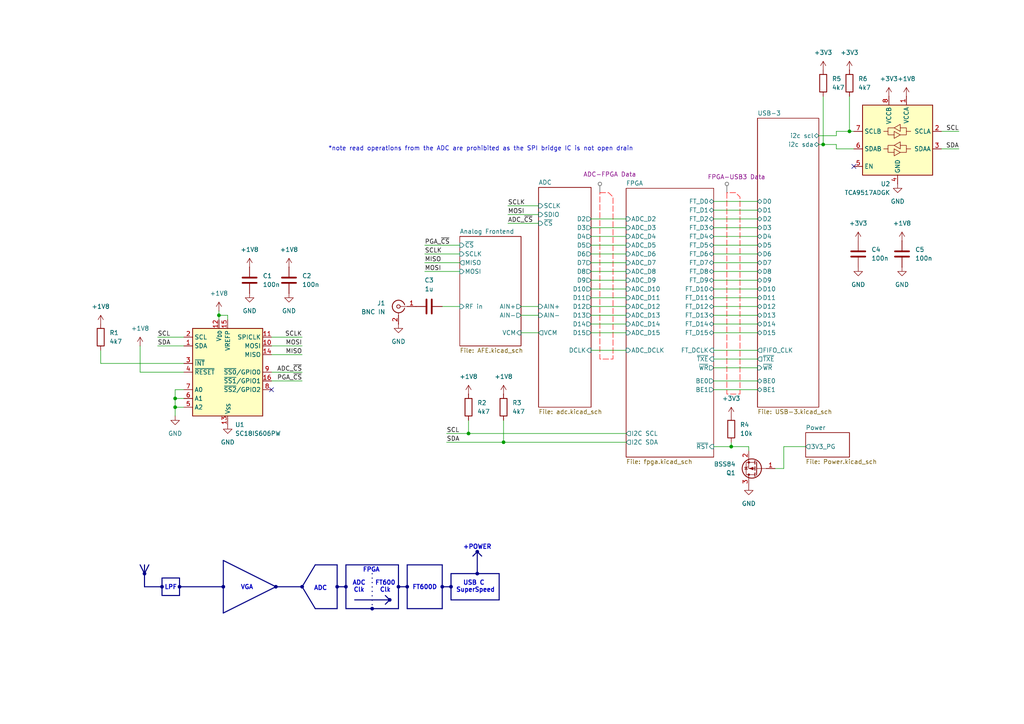
<source format=kicad_sch>
(kicad_sch (version 20250114) (generator "eeschema") (generator_version "9.0")
  (paper "A4")
  (title_block (title "USB 3.0 1-60MHz DC SDR") (date "2026-02-19") (rev "1") (company "Emmanuel Koutsouklakis"))
  (lib_symbols
    (symbol "Connector:Conn_Coaxial" (pin_names (offset 1.016) (hide yes))
      (property "Reference" "J" (at 0.254 3.048 0))
      (property "Value" "Conn_Coaxial" (at 2.921 0 90))
      (symbol "Conn_Coaxial_0_1"
        (polyline (pts (xy -2.54 0) (xy -0.508 0)))
        (arc (start 1.778 0) (mid 0.222 -1.8079) (end -1.778 -0.508) (stroke (width 0.254)))
        (arc (start -1.778 0.508) (mid 0.2221 1.8084) (end 1.778 0) (stroke (width 0.254)))
        (circle (center 0 0) (radius 0.508) (stroke (width 0.2032)))
        (polyline (pts (xy 0 -2.54) (xy 0 -1.778)))
      )
      (symbol "Conn_Coaxial_1_1"
        (pin passive line (at -5.08 0 0) (length 2.54) (name "In") (number "1"))
        (pin passive line (at 0 -5.08 90) (length 2.54) (name "Ext") (number "2"))
      )
    )
    (symbol "Device:C" (pin_numbers (hide yes)) (pin_names (offset 0.254))
      (property "Reference" "C" (at 0.635 2.54 0))
      (property "Value" "C" (at 0.635 -2.54 0))
      (symbol "C_0_1"
        (polyline (pts (xy -2.032 0.762) (xy 2.032 0.762)) (stroke (width 0.508)))
        (polyline (pts (xy -2.032 -0.762) (xy 2.032 -0.762)) (stroke (width 0.508)))
      )
      (symbol "C_1_1"
        (pin passive line (at 0 3.81 270) (length 2.794) (name "~") (number "1"))
        (pin passive line (at 0 -3.81 90) (length 2.794) (name "~") (number "2"))
      )
    )
    (symbol "Device:R" (pin_numbers (hide yes)) (pin_names (offset 0))
      (property "Reference" "R" (at 2.032 0 90))
      (property "Value" "R" (at 0 0 90))
      (symbol "R_0_1"
        (rectangle (start -1.016 -2.54) (end 1.016 2.54) (stroke (width 0.254)))
      )
      (symbol "R_1_1"
        (pin passive line (at 0 3.81 270) (length 1.27) (name "~") (number "1"))
        (pin passive line (at 0 -3.81 90) (length 1.27) (name "~") (number "2"))
      )
    )
    (symbol "Interface_Expansion:SC18IS606PW"
      (property "Reference" "U" (at -10.16 14.224 0))
      (property "Value" "SC18IS606PW" (at 1.27 14.224 0))
      (symbol "SC18IS606PW_1_1"
        (rectangle (start -10.16 12.7) (end 10.16 -12.7) (stroke (width 0.254)) (fill (type background)))
        (pin input line (at -12.7 10.16 0) (length 2.54) (name "SCL") (number "2"))
        (pin bidirectional line (at -12.7 7.62 0) (length 2.54) (name "SDA") (number "1"))
        (pin open_collector line (at -12.7 2.54 0) (length 2.54) (name "~{INT}") (number "3"))
        (pin input line (at -12.7 0 0) (length 2.54) (name "~{RESET}") (number "4"))
        (pin input line (at -12.7 -5.08 0) (length 2.54) (name "A0") (number "7"))
        (pin input line (at -12.7 -7.62 0) (length 2.54) (name "A1") (number "6"))
        (pin input line (at -12.7 -10.16 0) (length 2.54) (name "A2") (number "5"))
        (pin power_in line (at -2.54 15.24 270) (length 2.54) (name "V_{DD}") (number "12"))
        (pin input line (at 0 15.24 270) (length 2.54) (name "VREFP") (number "15"))
        (pin power_in line (at 0 -15.24 90) (length 2.54) (name "V_{SS}") (number "13"))
        (pin output line (at 12.7 10.16 180) (length 2.54) (name "SPICLK") (number "11"))
        (pin output line (at 12.7 7.62 180) (length 2.54) (name "MOSI") (number "10"))
        (pin input line (at 12.7 5.08 180) (length 2.54) (name "MISO") (number "14"))
        (pin bidirectional line (at 12.7 0 180) (length 2.54) (name "~{SS0}/GPIO0") (number "9"))
        (pin bidirectional line (at 12.7 -2.54 180) (length 2.54) (name "~{SS1}/GPIO1") (number "16"))
        (pin bidirectional line (at 12.7 -5.08 180) (length 2.54) (name "~{SS2}/GPIO2") (number "8"))
      )
    )
    (symbol "Logic_LevelTranslator:TCA9517ADGK"
      (property "Reference" "U" (at -10.16 11.43 0))
      (property "Value" "TCA9517ADGK" (at 1.27 -11.43 0))
      (symbol "TCA9517ADGK_1_1"
        (rectangle (start -10.16 10.16) (end 10.16 -10.16) (stroke (width 0.254)) (fill (type background)))
        (polyline (pts (xy -2.54 2.54) (xy -2.54 3.556) (xy -0.762 3.556)))
        (polyline (pts (xy -2.54 -2.54) (xy -2.54 -1.524) (xy -0.762 -1.524)))
        (polyline (pts (xy -0.762 2.54) (xy -0.762 4.572) (xy 1.016 3.556) (xy -0.762 2.54)))
        (polyline (pts (xy -0.762 1.524) (xy -2.54 1.524) (xy -2.54 2.54) (xy -3.81 2.54)))
        (polyline (pts (xy -0.762 -2.54) (xy -0.762 -0.508) (xy 1.016 -1.524) (xy -0.762 -2.54)))
        (polyline (pts (xy -0.762 -3.556) (xy -2.54 -3.556) (xy -2.54 -2.54) (xy -3.81 -2.54)))
        (polyline (pts (xy 1.016 3.556) (xy 2.794 3.556) (xy 2.794 2.54) (xy 4.064 2.54)))
        (polyline (pts (xy 1.016 2.54) (xy 1.016 0.762) (xy 1.016 0.508) (xy -0.762 1.524) (xy 1.016 2.54)))
        (polyline (pts (xy 1.016 -1.524) (xy 2.794 -1.524) (xy 2.794 -2.54) (xy 4.064 -2.54)))
        (polyline (pts (xy 1.016 -2.54) (xy 1.016 -4.318) (xy 1.016 -4.572) (xy -0.762 -3.556) (xy 1.016 -2.54)))
        (polyline (pts (xy 2.794 2.54) (xy 2.794 1.524) (xy 1.016 1.524)))
        (polyline (pts (xy 2.794 -2.54) (xy 2.794 -3.556) (xy 1.016 -3.556)))
        (pin bidirectional line (at -12.7 2.54 0) (length 2.54) (name "SCLA") (number "2"))
        (pin bidirectional line (at -12.7 -2.54 0) (length 2.54) (name "SDAA") (number "3"))
        (pin power_in line (at -2.54 12.7 270) (length 2.54) (name "VCCA") (number "1"))
        (pin power_in line (at 0 -12.7 90) (length 2.54) (name "GND") (number "4"))
        (pin power_in line (at 2.54 12.7 270) (length 2.54) (name "VCCB") (number "8"))
        (pin bidirectional line (at 12.7 2.54 180) (length 2.54) (name "SCLB") (number "7"))
        (pin bidirectional line (at 12.7 -2.54 180) (length 2.54) (name "SDAB") (number "6"))
        (pin passive line (at 12.7 -7.62 180) (length 2.54) (name "EN") (number "5"))
      )
    )
    (symbol "Transistor_FET:BSS84" (pin_names (hide yes))
      (property "Reference" "Q" (at 5.08 1.905 0))
      (property "Value" "BSS84" (at 5.08 0 0))
      (symbol "BSS84_0_1"
        (polyline (pts (xy 0.254 1.905) (xy 0.254 -1.905)) (stroke (width 0.254)))
        (polyline (pts (xy 0.254 0) (xy -2.54 0)))
        (polyline (pts (xy 0.762 2.286) (xy 0.762 1.27)) (stroke (width 0.254)))
        (polyline (pts (xy 0.762 1.778) (xy 3.302 1.778) (xy 3.302 -1.778) (xy 0.762 -1.778)))
        (polyline (pts (xy 0.762 0.508) (xy 0.762 -0.508)) (stroke (width 0.254)))
        (polyline (pts (xy 0.762 -1.27) (xy 0.762 -2.286)) (stroke (width 0.254)))
        (circle (center 1.651 0) (radius 2.794) (stroke (width 0.254)))
        (polyline (pts (xy 2.286 0) (xy 1.27 0.381) (xy 1.27 -0.381) (xy 2.286 0)) (fill (type outline)))
        (polyline (pts (xy 2.54 2.54) (xy 2.54 1.778)))
        (circle (center 2.54 1.778) (radius 0.254) (fill (type outline)))
        (circle (center 2.54 -1.778) (radius 0.254) (fill (type outline)))
        (polyline (pts (xy 2.54 -2.54) (xy 2.54 0) (xy 0.762 0)))
        (polyline (pts (xy 2.794 -0.508) (xy 2.921 -0.381) (xy 3.683 -0.381) (xy 3.81 -0.254)))
        (polyline (pts (xy 3.302 -0.381) (xy 2.921 0.254) (xy 3.683 0.254) (xy 3.302 -0.381)))
      )
      (symbol "BSS84_1_1"
        (pin input line (at -5.08 0 0) (length 2.54) (name "G") (number "1"))
        (pin passive line (at 2.54 5.08 270) (length 2.54) (name "D") (number "3"))
        (pin passive line (at 2.54 -5.08 90) (length 2.54) (name "S") (number "2"))
      )
    )
    (symbol "power:+1V8" (power) (pin_numbers (hide yes)) (pin_names (offset 0) (hide yes))
      (property "Value" "+1V8" (at 0 3.556 0))
      (symbol "+1V8_0_1"
        (polyline (pts (xy -0.762 1.27) (xy 0 2.54)))
        (polyline (pts (xy 0 2.54) (xy 0.762 1.27)))
        (polyline (pts (xy 0 0) (xy 0 2.54)))
      )
      (symbol "+1V8_1_1"
        (pin power_in line (at 0 0 90) (length 0) (name "~") (number "1"))
      )
    )
    (symbol "power:+3V3" (power) (pin_numbers (hide yes)) (pin_names (offset 0) (hide yes))
      (property "Value" "+3V3" (at 0 3.556 0))
      (symbol "+3V3_0_1"
        (polyline (pts (xy -0.762 1.27) (xy 0 2.54)))
        (polyline (pts (xy 0 2.54) (xy 0.762 1.27)))
        (polyline (pts (xy 0 0) (xy 0 2.54)))
      )
      (symbol "+3V3_1_1"
        (pin power_in line (at 0 0 90) (length 0) (name "~") (number "1"))
      )
    )
    (symbol "power:GND" (power) (pin_numbers (hide yes)) (pin_names (offset 0) (hide yes))
      (property "Value" "GND" (at 0 -3.81 0))
      (symbol "GND_0_1"
        (polyline (pts (xy 0 0) (xy 0 -1.27) (xy 1.27 -1.27) (xy 0 -2.54) (xy -1.27 -1.27) (xy 0 -1.27)))
      )
      (symbol "GND_1_1"
        (pin power_in line (at 0 0 270) (length 0) (name "~") (number "1"))
      )
    )
  )
  (text "FT600D" (at 123.19 170.434 0) (effects (font (size 1.27 1.27) (thickness 0.254) (bold yes))))
  (text "ADC" (at 92.964 170.688 0) (effects (font (size 1.27 1.27) (thickness 0.254) (bold yes))))
  (text "ADC\nClk" (at 104.14 170.18 0) (effects (font (size 1.27 1.27) (thickness 0.254) (bold yes))))
  (text "LPF" (at 49.53 170.434 0) (effects (font (size 1.27 1.27) (thickness 0.254) (bold yes))))
  (text "*note read operations from the ADC are prohibited as the SPI bridge IC is not open drain" (at 139.446 43.18 0) (effects (font (size 1.27 1.27))))
  (text "USB C \nSuperSpeed" (at 137.922 170.18 0) (effects (font (size 1.27 1.27) (thickness 0.254) (bold yes))))
  (text "FPGA\n" (at 107.696 165.354 0) (effects (font (size 1.27 1.27) (thickness 0.254) (bold yes))))
  (text "FT600\nClk" (at 111.76 170.18 0) (effects (font (size 1.27 1.27) (thickness 0.254) (bold yes))))
  (text "+POWER" (at 138.43 158.75 0) (effects (font (size 1.27 1.27) (thickness 0.254) (bold yes))))
  (text "VGA" (at 71.628 170.434 0) (effects (font (size 1.27 1.27) (thickness 0.254) (bold yes))))
  (junction (at 97.79 170.18))
  (junction (at 50.8 115.57))
  (junction (at 130.81 170.18))
  (junction (at 107.95 176.53))
  (junction (at 238.76 41.91))
  (junction (at 113.03 173.99))
  (junction (at 63.5 91.44))
  (junction (at 135.89 125.73))
  (junction (at 146.05 128.27))
  (junction (at 50.8 118.11))
  (junction (at 46.99 170.18))
  (junction (at 64.77 170.18))
  (junction (at 52.07 170.18))
  (junction (at 212.09 129.54))
  (junction (at 138.43 166.37))
  (junction (at 128.27 170.18))
  (junction (at 115.57 170.18))
  (junction (at 138.43 160.02))
  (junction (at 87.63 170.18))
  (junction (at 246.38 38.1))
  (junction (at 80.01 170.18))
  (junction (at 118.11 170.18))
  (junction (at 41.91 166.37))
  (junction (at 100.33 170.18))
  (no_connect (at 247.65 48.26))
  (no_connect (at 78.74 113.03))
  (bus (pts (xy 115.57 170.18) (xy 118.11 170.18)))
  (wire (pts (xy 219.71 66.04) (xy 207.01 66.04)))
  (bus (pts (xy 87.63 170.18) (xy 91.44 176.53)))
  (wire (pts (xy 29.21 105.41) (xy 53.34 105.41)))
  (wire (pts (xy 242.57 41.91) (xy 242.57 43.18)))
  (bus (pts (xy 80.01 170.18) (xy 64.77 177.8)))
  (bus (pts (xy 102.87 173.99) (xy 113.03 173.99)))
  (bus (pts (xy 107.95 176.53) (xy 115.57 176.53)))
  (wire (pts (xy 238.76 27.94) (xy 238.76 41.91)))
  (wire (pts (xy 171.45 78.74) (xy 181.61 78.74)))
  (bus (pts (xy 144.78 173.99) (xy 130.81 173.99)))
  (wire (pts (xy 224.79 135.89) (xy 227.33 135.89)))
  (bus (pts (xy 87.63 170.18) (xy 91.44 163.83)))
  (bus (pts (xy 52.07 170.18) (xy 64.77 170.18)))
  (wire (pts (xy 219.71 101.6) (xy 207.01 101.6)))
  (bus (pts (xy 52.07 172.72) (xy 46.99 172.72)))
  (wire (pts (xy 246.38 38.1) (xy 242.57 38.1)))
  (wire (pts (xy 219.71 91.44) (xy 207.01 91.44)))
  (wire (pts (xy 171.45 68.58) (xy 181.61 68.58)))
  (bus (pts (xy 107.95 166.37) (xy 107.95 176.53)) (stroke (width 0) (type dot)))
  (bus (pts (xy 137.16 161.29) (xy 138.43 160.02)))
  (bus (pts (xy 40.64 163.83) (xy 41.91 166.37)))
  (wire (pts (xy 45.72 97.79) (xy 53.34 97.79)))
  (wire (pts (xy 227.33 129.54) (xy 233.68 129.54)))
  (wire (pts (xy 135.89 121.92) (xy 135.89 125.73)))
  (wire (pts (xy 50.8 120.65) (xy 50.8 118.11)))
  (wire (pts (xy 135.89 125.73) (xy 181.61 125.73)))
  (wire (pts (xy 146.05 128.27) (xy 181.61 128.27)))
  (wire (pts (xy 219.71 86.36) (xy 207.01 86.36)))
  (wire (pts (xy 129.54 125.73) (xy 135.89 125.73)))
  (wire (pts (xy 171.45 91.44) (xy 181.61 91.44)))
  (wire (pts (xy 128.27 88.9) (xy 133.35 88.9)))
  (bus (pts (xy 52.07 170.18) (xy 52.07 172.72)))
  (wire (pts (xy 219.71 76.2) (xy 207.01 76.2)))
  (wire (pts (xy 50.8 118.11) (xy 53.34 118.11)))
  (bus (pts (xy 46.99 167.64) (xy 52.07 167.64)))
  (bus (pts (xy 128.27 170.18) (xy 130.81 170.18)))
  (wire (pts (xy 219.71 83.82) (xy 207.01 83.82)))
  (wire (pts (xy 217.17 130.81) (xy 217.17 129.54)))
  (bus (pts (xy 111.76 175.26) (xy 113.03 173.99)))
  (bus (pts (xy 130.81 170.18) (xy 130.81 166.37)))
  (wire (pts (xy 219.71 88.9) (xy 207.01 88.9)))
  (wire (pts (xy 78.74 110.49) (xy 87.63 110.49)))
  (wire (pts (xy 171.45 83.82) (xy 181.61 83.82)))
  (bus (pts (xy 52.07 167.64) (xy 52.07 170.18)))
  (bus (pts (xy 100.33 170.18) (xy 100.33 176.53)))
  (wire (pts (xy 50.8 113.03) (xy 53.34 113.03)))
  (wire (pts (xy 123.19 76.2) (xy 133.35 76.2)))
  (bus (pts (xy 100.33 176.53) (xy 107.95 176.53)))
  (bus (pts (xy 97.79 176.53) (xy 91.44 176.53)))
  (wire (pts (xy 63.5 90.17) (xy 63.5 91.44)))
  (wire (pts (xy 242.57 38.1) (xy 242.57 39.37)))
  (wire (pts (xy 171.45 66.04) (xy 181.61 66.04)))
  (bus (pts (xy 100.33 163.83) (xy 115.57 163.83)))
  (wire (pts (xy 171.45 73.66) (xy 181.61 73.66)))
  (bus (pts (xy 41.91 163.83) (xy 41.91 166.37)))
  (bus (pts (xy 64.77 162.56) (xy 80.01 170.18)))
  (wire (pts (xy 246.38 27.94) (xy 246.38 38.1)))
  (wire (pts (xy 273.05 43.18) (xy 278.13 43.18)))
  (wire (pts (xy 171.45 96.52) (xy 181.61 96.52)))
  (bus (pts (xy 138.43 166.37) (xy 138.43 160.02)))
  (wire (pts (xy 63.5 92.71) (xy 63.5 91.44)))
  (wire (pts (xy 238.76 41.91) (xy 242.57 41.91)))
  (wire (pts (xy 219.71 110.49) (xy 207.01 110.49)))
  (bus (pts (xy 128.27 176.53) (xy 118.11 176.53)))
  (bus (pts (xy 128.27 163.83) (xy 128.27 170.18)))
  (bus (pts (xy 128.27 170.18) (xy 128.27 176.53)))
  (wire (pts (xy 171.45 88.9) (xy 181.61 88.9)))
  (wire (pts (xy 151.13 96.52) (xy 156.21 96.52)))
  (bus (pts (xy 118.11 170.18) (xy 118.11 176.53)))
  (wire (pts (xy 45.72 100.33) (xy 53.34 100.33)))
  (wire (pts (xy 66.04 91.44) (xy 66.04 92.71)))
  (bus (pts (xy 138.43 160.02) (xy 139.7 161.29)))
  (wire (pts (xy 171.45 71.12) (xy 181.61 71.12)))
  (wire (pts (xy 212.09 129.54) (xy 217.17 129.54)))
  (wire (pts (xy 237.49 41.91) (xy 238.76 41.91)))
  (wire (pts (xy 219.71 71.12) (xy 207.01 71.12)))
  (bus (pts (xy 130.81 170.18) (xy 130.81 173.99)))
  (wire (pts (xy 219.71 113.03) (xy 207.01 113.03)))
  (bus (pts (xy 64.77 170.18) (xy 64.77 177.8)))
  (wire (pts (xy 147.32 62.23) (xy 156.21 62.23)))
  (wire (pts (xy 78.74 100.33) (xy 87.63 100.33)))
  (wire (pts (xy 50.8 118.11) (xy 50.8 115.57)))
  (wire (pts (xy 123.19 78.74) (xy 133.35 78.74)))
  (wire (pts (xy 40.64 107.95) (xy 53.34 107.95)))
  (bus (pts (xy 97.79 170.18) (xy 100.33 170.18)))
  (bus (pts (xy 46.99 170.18) (xy 46.99 172.72)))
  (wire (pts (xy 219.71 96.52) (xy 207.01 96.52)))
  (bus (pts (xy 115.57 163.83) (xy 115.57 170.18)))
  (wire (pts (xy 78.74 97.79) (xy 87.63 97.79)))
  (bus (pts (xy 118.11 170.18) (xy 118.11 163.83)))
  (bus (pts (xy 144.78 166.37) (xy 144.78 173.99)))
  (bus (pts (xy 115.57 170.18) (xy 115.57 176.53)))
  (bus (pts (xy 130.81 166.37) (xy 138.43 166.37)))
  (wire (pts (xy 78.74 102.87) (xy 87.63 102.87)))
  (wire (pts (xy 171.45 86.36) (xy 181.61 86.36)))
  (wire (pts (xy 50.8 115.57) (xy 50.8 113.03)))
  (wire (pts (xy 78.74 107.95) (xy 87.63 107.95)))
  (wire (pts (xy 147.32 64.77) (xy 156.21 64.77)))
  (wire (pts (xy 219.71 73.66) (xy 207.01 73.66)))
  (wire (pts (xy 219.71 60.96) (xy 207.01 60.96)))
  (wire (pts (xy 123.19 71.12) (xy 133.35 71.12)))
  (bus (pts (xy 41.91 166.37) (xy 43.18 163.83)))
  (wire (pts (xy 219.71 63.5) (xy 207.01 63.5)))
  (wire (pts (xy 207.01 129.54) (xy 212.09 129.54)))
  (bus (pts (xy 80.01 170.18) (xy 87.63 170.18)))
  (wire (pts (xy 242.57 43.18) (xy 247.65 43.18)))
  (bus (pts (xy 138.43 166.37) (xy 144.78 166.37)))
  (wire (pts (xy 212.09 128.27) (xy 212.09 129.54)))
  (wire (pts (xy 50.8 115.57) (xy 53.34 115.57)))
  (wire (pts (xy 129.54 128.27) (xy 146.05 128.27)))
  (wire (pts (xy 146.05 121.92) (xy 146.05 128.27)))
  (bus (pts (xy 46.99 170.18) (xy 46.99 167.64)))
  (wire (pts (xy 219.71 93.98) (xy 207.01 93.98)))
  (wire (pts (xy 227.33 135.89) (xy 227.33 129.54)))
  (wire (pts (xy 219.71 81.28) (xy 207.01 81.28)))
  (wire (pts (xy 273.05 38.1) (xy 278.13 38.1)))
  (wire (pts (xy 171.45 93.98) (xy 181.61 93.98)))
  (wire (pts (xy 219.71 78.74) (xy 207.01 78.74)))
  (wire (pts (xy 219.71 106.68) (xy 207.01 106.68)))
  (wire (pts (xy 219.71 104.14) (xy 207.01 104.14)))
  (wire (pts (xy 181.61 101.6) (xy 171.45 101.6)))
  (wire (pts (xy 63.5 91.44) (xy 66.04 91.44)))
  (bus (pts (xy 97.79 170.18) (xy 97.79 176.53)))
  (wire (pts (xy 151.13 88.9) (xy 156.21 88.9)))
  (wire (pts (xy 219.71 68.58) (xy 207.01 68.58)))
  (wire (pts (xy 171.45 76.2) (xy 181.61 76.2)))
  (bus (pts (xy 111.76 172.72) (xy 113.03 173.99)))
  (bus (pts (xy 97.79 163.83) (xy 97.79 170.18)))
  (wire (pts (xy 247.65 38.1) (xy 246.38 38.1)))
  (wire (pts (xy 242.57 39.37) (xy 237.49 39.37)))
  (wire (pts (xy 123.19 73.66) (xy 133.35 73.66)))
  (bus (pts (xy 100.33 170.18) (xy 100.33 163.83)))
  (wire (pts (xy 29.21 101.6) (xy 29.21 105.41)))
  (wire (pts (xy 171.45 63.5) (xy 181.61 63.5)))
  (bus (pts (xy 41.91 170.18) (xy 46.99 170.18)))
  (wire (pts (xy 151.13 91.44) (xy 156.21 91.44)))
  (bus (pts (xy 118.11 163.83) (xy 128.27 163.83)))
  (wire (pts (xy 171.45 81.28) (xy 181.61 81.28)))
  (bus (pts (xy 41.91 166.37) (xy 41.91 170.18)))
  (wire (pts (xy 219.71 58.42) (xy 207.01 58.42)))
  (bus (pts (xy 64.77 162.56) (xy 64.77 170.18)))
  (wire (pts (xy 40.64 100.33) (xy 40.64 107.95)))
  (wire (pts (xy 147.32 59.69) (xy 156.21 59.69)))
  (bus (pts (xy 91.44 163.83) (xy 97.79 163.83)))
  (label "MISO" (at 87.63 102.87 180))
  (label "SCLK" (at 87.63 97.79 180))
  (label "SCL" (at 278.13 38.1 180))
  (label "ADC_~{CS}" (at 87.63 107.95 180))
  (label "MOSI" (at 87.63 100.33 180))
  (label "SCLK" (at 123.19 73.66 0))
  (label "SDA" (at 278.13 43.18 180))
  (label "SDA" (at 129.54 128.27 0))
  (label "PGA_~{CS}" (at 87.63 110.49 180))
  (label "SCL" (at 45.72 97.79 0))
  (label "SDA" (at 45.72 100.33 0))
  (label "MOSI" (at 147.32 62.23 0))
  (label "SCLK" (at 147.32 59.69 0))
  (label "MISO" (at 123.19 76.2 0))
  (label "ADC_~{CS}" (at 147.32 64.77 0))
  (label "PGA_~{CS}" (at 123.19 71.12 0))
  (label "MOSI" (at 123.19 78.74 0))
  (label "SCL" (at 129.54 125.73 0))
  (rule_area (polyline (pts (xy 173.99 55.88) (xy 176.53 55.88) (xy 177.8 57.15) (xy 177.8 104.14) (xy 173.99 104.14)) (stroke (width 0) (type dash))))
  (rule_area (polyline (pts (xy 210.82 55.88) (xy 210.82 114.3) (xy 214.63 114.3) (xy 214.63 57.15) (xy 213.36 55.88)) (stroke (width 0) (type dash))))
  (netclass_flag "" (length 2.54) (shape round) (at 173.99 55.88 0) (property "Netclass" "ADC-FPGA Data" (at 169.164 50.546 0) (effects (justify left))))
  (netclass_flag "" (length 2.54) (shape round) (at 210.82 55.88 0) (property "Netclass" "FPGA-USB3 Data" (at 205.232 51.308 0) (effects (justify left))))
  (symbol (lib_id "Device:C") (at 83.82 81.28 0) (unit 1)
    (property "Reference" "C2" (at 87.63 80.0099 0) (effects (justify left)))
    (property "Value" "100n" (at 87.63 82.5499 0) (effects (justify left)))
    (property "Footprint" "Capacitor_SMD:C_0603_1608Metric" (effects (hide yes)))
    (property "Description" "Unpolarized capacitor" (effects (hide yes)))
  )
  (symbol (lib_id "power:GND") (at 260.35 53.34 0) (unit 1)
    (property "Reference" "#PWR020" (effects (hide yes)))
    (property "Value" "GND" (at 260.35 58.42 0))
    (property "Description" "Power symbol creates a global label with name \"GND\" , ground" (effects (hide yes)))
  )
  (symbol (lib_id "power:GND") (at 50.8 120.65 0) (unit 1)
    (property "Reference" "#PWR03" (effects (hide yes)))
    (property "Value" "GND" (at 50.8 125.73 0))
    (property "Description" "Power symbol creates a global label with name \"GND\" , ground" (effects (hide yes)))
  )
  (symbol (lib_id "Logic_LevelTranslator:TCA9517ADGK") (at 260.35 40.64 0) (mirror y) (unit 1)
    (property "Reference" "U2" (at 258.2067 53.34 0) (effects (justify left)))
    (property "Value" "TCA9517ADGK" (at 258.2067 55.88 0) (effects (justify left)))
    (property "Footprint" "Package_SO:VSSOP-8_3x3mm_P0.65mm" (effects (hide yes)))
    (property "Datasheet" "https://www.ti.com/lit/ds/symlink/tca9517a.pdf" (effects (hide yes)))
    (property "Description" "Level-Translating I2C Bus Buffer/Repeater, VSSOP-8" (effects (hide yes)))
    (property "lcsc_id" "C201698" (effects (hide yes)))
  )
  (symbol (lib_id "Device:C") (at 124.46 88.9 270) (mirror x) (unit 1)
    (property "Reference" "C3" (at 124.46 81.28 90))
    (property "Value" "1u" (at 124.46 83.82 90))
    (property "Footprint" "Capacitor_SMD:C_0603_1608Metric" (effects (hide yes)))
    (property "Description" "Unpolarized capacitor" (effects (hide yes)))
  )
  (symbol (lib_id "Device:R") (at 212.09 124.46 0) (unit 1)
    (property "Reference" "R4" (at 214.63 123.1899 0) (effects (justify left)))
    (property "Value" "10k" (at 214.63 125.7299 0) (effects (justify left)))
    (property "Footprint" "Resistor_SMD:R_0603_1608Metric" (effects (hide yes)))
    (property "Description" "Resistor" (effects (hide yes)))
  )
  (symbol (lib_id "Device:R") (at 135.89 118.11 0) (unit 1)
    (property "Reference" "R2" (at 138.43 116.8399 0) (effects (justify left)))
    (property "Value" "4k7" (at 138.43 119.3799 0) (effects (justify left)))
    (property "Footprint" "Resistor_SMD:R_0603_1608Metric" (effects (hide yes)))
    (property "Description" "Resistor" (effects (hide yes)))
  )
  (symbol (lib_id "power:GND") (at 66.04 123.19 0) (unit 1)
    (property "Reference" "#PWR05" (effects (hide yes)))
    (property "Value" "GND" (at 66.04 128.27 0))
    (property "Description" "Power symbol creates a global label with name \"GND\" , ground" (effects (hide yes)))
  )
  (symbol (lib_id "power:+1V8") (at 261.62 69.85 0) (unit 1)
    (property "Reference" "#PWR021" (effects (hide yes)))
    (property "Value" "+1V8" (at 261.62 64.77 0))
    (property "Description" "Power symbol creates a global label with name \"+1V8\"" (effects (hide yes)))
  )
  (symbol (lib_id "power:+1V8") (at 63.5 90.17 0) (unit 1)
    (property "Reference" "#PWR04" (effects (hide yes)))
    (property "Value" "+1V8" (at 63.5 85.09 0))
    (property "Description" "Power symbol creates a global label with name \"+1V8\"" (effects (hide yes)))
  )
  (symbol (lib_id "power:+3V3") (at 212.09 120.65 0) (unit 1)
    (property "Reference" "#PWR013" (effects (hide yes)))
    (property "Value" "+3V3" (at 212.09 115.57 0))
    (property "Description" "Power symbol creates a global label with name \"+3V3\"" (effects (hide yes)))
  )
  (symbol (lib_id "power:+3V3") (at 146.05 114.3 0) (unit 1)
    (property "Reference" "#PWR012" (effects (hide yes)))
    (property "Value" "+1V8" (at 146.05 109.22 0))
    (property "Description" "Power symbol creates a global label with name \"+3V3\"" (effects (hide yes)))
  )
  (symbol (lib_id "Device:R") (at 146.05 118.11 0) (unit 1)
    (property "Reference" "R3" (at 148.59 116.8399 0) (effects (justify left)))
    (property "Value" "4k7" (at 148.59 119.3799 0) (effects (justify left)))
    (property "Footprint" "Resistor_SMD:R_0603_1608Metric" (effects (hide yes)))
    (property "Description" "Resistor" (effects (hide yes)))
  )
  (symbol (lib_id "power:+1V8") (at 83.82 77.47 0) (unit 1)
    (property "Reference" "#PWR08" (effects (hide yes)))
    (property "Value" "+1V8" (at 83.82 72.39 0))
    (property "Description" "Power symbol creates a global label with name \"+1V8\"" (effects (hide yes)))
  )
  (symbol (lib_id "power:+3V3") (at 257.81 27.94 0) (unit 1)
    (property "Reference" "#PWR019" (effects (hide yes)))
    (property "Value" "+3V3" (at 257.81 22.86 0))
    (property "Description" "Power symbol creates a global label with name \"+3V3\"" (effects (hide yes)))
  )
  (symbol (lib_id "Transistor_FET:BSS84") (at 219.71 135.89 180) (unit 1)
    (property "Reference" "Q1" (at 213.36 137.1601 0) (effects (justify left)))
    (property "Value" "BSS84" (at 213.36 134.6201 0) (effects (justify left)))
    (property "Footprint" "Package_TO_SOT_SMD:SOT-23" (effects (hide yes)))
    (property "Datasheet" "http://assets.nexperia.com/documents/data-sheet/BSS84.pdf" (effects (hide yes)))
    (property "Description" "-0.13A Id, -50V Vds, P-Channel MOSFET, SOT-23" (effects (hide yes)))
  )
  (symbol (lib_id "Device:R") (at 246.38 24.13 0) (unit 1)
    (property "Reference" "R6" (at 248.92 22.8599 0) (effects (justify left)))
    (property "Value" "4k7" (at 248.92 25.3999 0) (effects (justify left)))
    (property "Footprint" "Resistor_SMD:R_0603_1608Metric" (effects (hide yes)))
    (property "Description" "Resistor" (effects (hide yes)))
  )
  (symbol (lib_id "power:+3V3") (at 238.76 20.32 0) (unit 1)
    (property "Reference" "#PWR015" (effects (hide yes)))
    (property "Value" "+3V3" (at 238.76 15.24 0))
    (property "Description" "Power symbol creates a global label with name \"+3V3\"" (effects (hide yes)))
  )
  (symbol (lib_id "power:GND") (at 115.57 93.98 0) (unit 1)
    (property "Reference" "#PWR010" (effects (hide yes)))
    (property "Value" "GND" (at 115.57 99.06 0))
    (property "Description" "Power symbol creates a global label with name \"GND\" , ground" (effects (hide yes)))
  )
  (symbol (lib_id "power:GND") (at 83.82 85.09 0) (unit 1)
    (property "Reference" "#PWR09" (effects (hide yes)))
    (property "Value" "GND" (at 83.82 90.17 0))
    (property "Description" "Power symbol creates a global label with name \"GND\" , ground" (effects (hide yes)))
  )
  (symbol (lib_id "power:+3V3") (at 135.89 114.3 0) (unit 1)
    (property "Reference" "#PWR011" (effects (hide yes)))
    (property "Value" "+1V8" (at 135.89 109.22 0))
    (property "Description" "Power symbol creates a global label with name \"+3V3\"" (effects (hide yes)))
  )
  (symbol (lib_id "Device:C") (at 261.62 73.66 0) (unit 1)
    (property "Reference" "C5" (at 265.43 72.3899 0) (effects (justify left)))
    (property "Value" "100n" (at 265.43 74.9299 0) (effects (justify left)))
    (property "Footprint" "Capacitor_SMD:C_0603_1608Metric" (effects (hide yes)))
    (property "Description" "Unpolarized capacitor" (effects (hide yes)))
  )
  (symbol (lib_id "power:GND") (at 217.17 140.97 0) (unit 1)
    (property "Reference" "#PWR014" (effects (hide yes)))
    (property "Value" "GND" (at 217.17 146.05 0))
    (property "Description" "Power symbol creates a global label with name \"GND\" , ground" (effects (hide yes)))
  )
  (symbol (lib_id "power:GND") (at 72.39 85.09 0) (unit 1)
    (property "Reference" "#PWR07" (effects (hide yes)))
    (property "Value" "GND" (at 72.39 90.17 0))
    (property "Description" "Power symbol creates a global label with name \"GND\" , ground" (effects (hide yes)))
  )
  (symbol (lib_id "Device:C") (at 248.92 73.66 0) (unit 1)
    (property "Reference" "C4" (at 252.73 72.3899 0) (effects (justify left)))
    (property "Value" "100n" (at 252.73 74.9299 0) (effects (justify left)))
    (property "Footprint" "Capacitor_SMD:C_0603_1608Metric" (effects (hide yes)))
    (property "Description" "Unpolarized capacitor" (effects (hide yes)))
  )
  (symbol (lib_id "power:GND") (at 261.62 77.47 0) (unit 1)
    (property "Reference" "#PWR022" (effects (hide yes)))
    (property "Value" "GND" (at 261.62 82.55 0))
    (property "Description" "Power symbol creates a global label with name \"GND\" , ground" (effects (hide yes)))
  )
  (symbol (lib_id "Connector:Conn_Coaxial") (at 115.57 88.9 0) (mirror y) (unit 1)
    (property "Reference" "J1" (at 111.76 87.9231 0) (effects (justify left)))
    (property "Value" "BNC IN" (at 111.76 90.4631 0) (effects (justify left)))
    (property "Footprint" "plib:BNC-TH_DOSIN-801-0051" (effects (hide yes)))
    (property "Description" "coaxial connector (BNC, SMA, SMB, SMC, Cinch/RCA, LEMO, ...)" (effects (hide yes)))
  )
  (symbol (lib_id "Interface_Expansion:SC18IS606PW") (at 66.04 107.95 0) (unit 1)
    (property "Reference" "U1" (at 68.1833 123.19 0) (effects (justify left)))
    (property "Value" "SC18IS606PW" (at 68.1833 125.73 0) (effects (justify left)))
    (property "Footprint" "Package_SO:TSSOP-16_4.4x5mm_P0.65mm" (effects (hide yes)))
    (property "Datasheet" "https://www.nxp.com/docs/en/data-sheet/SC18IS606.pdf" (effects (hide yes)))
    (property "Description" "I2C to SPI bridge, 1.71 to 3.6V supply, TSSOP-16" (effects (hide yes)))
    (property "lcsc_id" "C5190384" (effects (hide yes)))
  )
  (symbol (lib_id "power:+3V3") (at 248.92 69.85 0) (unit 1)
    (property "Reference" "#PWR017" (effects (hide yes)))
    (property "Value" "+3V3" (at 248.92 64.77 0))
    (property "Description" "Power symbol creates a global label with name \"+3V3\"" (effects (hide yes)))
  )
  (symbol (lib_id "power:+1V8") (at 72.39 77.47 0) (unit 1)
    (property "Reference" "#PWR06" (effects (hide yes)))
    (property "Value" "+1V8" (at 72.39 72.39 0))
    (property "Description" "Power symbol creates a global label with name \"+1V8\"" (effects (hide yes)))
  )
  (symbol (lib_id "Device:R") (at 238.76 24.13 0) (unit 1)
    (property "Reference" "R5" (at 241.3 22.8599 0) (effects (justify left)))
    (property "Value" "4k7" (at 241.3 25.3999 0) (effects (justify left)))
    (property "Footprint" "Resistor_SMD:R_0603_1608Metric" (effects (hide yes)))
    (property "Description" "Resistor" (effects (hide yes)))
  )
  (symbol (lib_id "Device:R") (at 29.21 97.79 0) (unit 1)
    (property "Reference" "R1" (at 31.75 96.5199 0) (effects (justify left)))
    (property "Value" "4k7" (at 31.75 99.0599 0) (effects (justify left)))
    (property "Footprint" "Resistor_SMD:R_0603_1608Metric" (effects (hide yes)))
    (property "Description" "Resistor" (effects (hide yes)))
  )
  (symbol (lib_id "power:+1V8") (at 40.64 100.33 0) (unit 1)
    (property "Reference" "#PWR02" (effects (hide yes)))
    (property "Value" "+1V8" (at 40.64 95.25 0))
    (property "Description" "Power symbol creates a global label with name \"+1V8\"" (effects (hide yes)))
  )
  (symbol (lib_id "power:+3V3") (at 246.38 20.32 0) (unit 1)
    (property "Reference" "#PWR016" (effects (hide yes)))
    (property "Value" "+3V3" (at 246.38 15.24 0))
    (property "Description" "Power symbol creates a global label with name \"+3V3\"" (effects (hide yes)))
  )
  (symbol (lib_id "power:+1V8") (at 262.89 27.94 0) (unit 1)
    (property "Reference" "#PWR023" (effects (hide yes)))
    (property "Value" "+1V8" (at 262.89 22.86 0))
    (property "Description" "Power symbol creates a global label with name \"+1V8\"" (effects (hide yes)))
  )
  (symbol (lib_id "power:GND") (at 248.92 77.47 0) (unit 1)
    (property "Reference" "#PWR018" (effects (hide yes)))
    (property "Value" "GND" (at 248.92 82.55 0))
    (property "Description" "Power symbol creates a global label with name \"GND\" , ground" (effects (hide yes)))
  )
  (symbol (lib_id "power:+1V8") (at 29.21 93.98 0) (unit 1)
    (property "Reference" "#PWR01" (effects (hide yes)))
    (property "Value" "+1V8" (at 29.21 88.9 0))
    (property "Description" "Power symbol creates a global label with name \"+1V8\"" (effects (hide yes)))
  )
  (symbol (lib_id "Device:C") (at 72.39 81.28 0) (unit 1)
    (property "Reference" "C1" (at 76.2 80.0099 0) (effects (justify left)))
    (property "Value" "100n" (at 76.2 82.5499 0) (effects (justify left)))
    (property "Footprint" "Capacitor_SMD:C_0603_1608Metric" (effects (hide yes)))
    (property "Description" "Unpolarized capacitor" (effects (hide yes)))
  )
  (sheet (at 181.61 54.61) (size 25.4 77.978) (stroke (width 0.1524))
    (property "Sheetname" "FPGA" (at 181.61 53.8984 0) (effects (justify left bottom)))
    (property "Sheetfile" "fpga.kicad_sch" (at 181.61 133.1726 0) (effects (justify left top)))
    (pin "ADC_D2" input (at 181.61 63.5 180))
    (pin "ADC_D3" input (at 181.61 66.04 180))
    (pin "ADC_D4" input (at 181.61 68.58 180))
    (pin "ADC_D5" input (at 181.61 71.12 180))
    (pin "ADC_D6" input (at 181.61 73.66 180))
    (pin "ADC_D7" input (at 181.61 76.2 180))
    (pin "ADC_D8" input (at 181.61 78.74 180))
    (pin "ADC_D9" input (at 181.61 81.28 180))
    (pin "ADC_D10" input (at 181.61 83.82 180))
    (pin "ADC_D11" input (at 181.61 86.36 180))
    (pin "ADC_D12" input (at 181.61 88.9 180))
    (pin "ADC_D13" input (at 181.61 91.44 180))
    (pin "ADC_D14" input (at 181.61 93.98 180))
    (pin "ADC_D15" input (at 181.61 96.52 180))
    (pin "ADC_DCLK" input (at 181.61 101.6 180))
    (pin "BE0" output (at 207.01 110.49 0))
    (pin "BE1" output (at 207.01 113.03 0))
    (pin "FT_D0" bidirectional (at 207.01 58.42 0))
    (pin "FT_D1" bidirectional (at 207.01 60.96 0))
    (pin "FT_D2" bidirectional (at 207.01 63.5 0))
    (pin "FT_D3" bidirectional (at 207.01 66.04 0))
    (pin "FT_D4" bidirectional (at 207.01 68.58 0))
    (pin "FT_D5" bidirectional (at 207.01 71.12 0))
    (pin "FT_D6" bidirectional (at 207.01 73.66 0))
    (pin "FT_D7" bidirectional (at 207.01 76.2 0))
    (pin "FT_D8" bidirectional (at 207.01 78.74 0))
    (pin "FT_D9" bidirectional (at 207.01 81.28 0))
    (pin "FT_D10" bidirectional (at 207.01 83.82 0))
    (pin "FT_D11" bidirectional (at 207.01 86.36 0))
    (pin "FT_D12" bidirectional (at 207.01 88.9 0))
    (pin "FT_D13" bidirectional (at 207.01 91.44 0))
    (pin "FT_D14" bidirectional (at 207.01 93.98 0))
    (pin "FT_D15" bidirectional (at 207.01 96.52 0))
    (pin "FT_DCLK" input (at 207.01 101.6 0))
    (pin "~{TXE}" input (at 207.01 104.14 0))
    (pin "~{WR}" output (at 207.01 106.68 0))
    (pin "~{RST}" input (at 207.01 129.54 0))
    (pin "I2C SCL" output (at 181.61 125.73 180))
    (pin "I2C SDA" output (at 181.61 128.27 180))
  )
  (sheet (at 233.68 125.476) (size 12.7 7.112) (stroke (width 0.1524))
    (property "Sheetname" "Power" (at 233.68 124.7644 0) (effects (justify left bottom)))
    (property "Sheetfile" "Power.kicad_sch" (at 233.68 133.1726 0) (effects (justify left top)))
    (pin "3V3_PG" output (at 233.68 129.54 180))
  )
  (sheet (at 219.71 34.29) (size 17.78 83.82) (stroke (width 0.1524))
    (property "Sheetname" "USB-3" (at 219.71 33.5784 0) (effects (justify left bottom)))
    (property "Sheetfile" "USB-3.kicad_sch" (at 219.71 118.6946 0) (effects (justify left top)))
    (pin "D0" bidirectional (at 219.71 58.42 180))
    (pin "D1" bidirectional (at 219.71 60.96 180))
    (pin "D2" bidirectional (at 219.71 63.5 180))
    (pin "D3" bidirectional (at 219.71 66.04 180))
    (pin "D4" bidirectional (at 219.71 68.58 180))
    (pin "D5" bidirectional (at 219.71 71.12 180))
    (pin "D6" bidirectional (at 219.71 73.66 180))
    (pin "D7" bidirectional (at 219.71 76.2 180))
    (pin "D8" bidirectional (at 219.71 78.74 180))
    (pin "D9" bidirectional (at 219.71 81.28 180))
    (pin "D10" bidirectional (at 219.71 83.82 180))
    (pin "D11" bidirectional (at 219.71 86.36 180))
    (pin "D12" bidirectional (at 219.71 88.9 180))
    (pin "D13" bidirectional (at 219.71 91.44 180))
    (pin "D14" bidirectional (at 219.71 93.98 180))
    (pin "D15" bidirectional (at 219.71 96.52 180))
    (pin "FIFO_CLK" output (at 219.71 101.6 180))
    (pin "~{TXE}" output (at 219.71 104.14 180))
    (pin "~{WR}" input (at 219.71 106.68 180))
    (pin "BE0" bidirectional (at 219.71 110.49 180))
    (pin "BE1" bidirectional (at 219.71 113.03 180))
    (pin "i2c scl" bidirectional (at 237.49 39.37 0))
    (pin "i2c sda" bidirectional (at 237.49 41.91 0))
  )
  (sheet (at 133.35 68.58) (size 17.78 31.75) (stroke (width 0.1524))
    (property "Sheetname" "Analog Frontend" (at 133.35 67.8684 0) (effects (justify left bottom)))
    (property "Sheetfile" "AFE.kicad_sch" (at 133.35 100.9146 0) (effects (justify left top)))
    (pin "AIN+" output (at 151.13 88.9 0))
    (pin "AIN-" output (at 151.13 91.44 0))
    (pin "RF in" input (at 133.35 88.9 180))
    (pin "VCM" input (at 151.13 96.52 0))
    (pin "MISO" output (at 133.35 76.2 180))
    (pin "MOSI" input (at 133.35 78.74 180))
    (pin "SCLK" input (at 133.35 73.66 180))
    (pin "~{CS}" input (at 133.35 71.12 180))
  )
  (sheet (at 156.21 54.356) (size 15.24 63.754) (stroke (width 0.1524))
    (property "Sheetname" "ADC" (at 156.21 53.6444 0) (effects (justify left bottom)))
    (property "Sheetfile" "adc.kicad_sch" (at 156.21 118.6946 0) (effects (justify left top)))
    (pin "D2" output (at 171.45 63.5 0))
    (pin "D3" output (at 171.45 66.04 0))
    (pin "D4" output (at 171.45 68.58 0))
    (pin "D5" output (at 171.45 71.12 0))
    (pin "D6" output (at 171.45 73.66 0))
    (pin "D7" output (at 171.45 76.2 0))
    (pin "D8" output (at 171.45 78.74 0))
    (pin "D9" output (at 171.45 81.28 0))
    (pin "D10" output (at 171.45 83.82 0))
    (pin "D11" output (at 171.45 86.36 0))
    (pin "D12" output (at 171.45 88.9 0))
    (pin "D13" output (at 171.45 91.44 0))
    (pin "D14" output (at 171.45 93.98 0))
    (pin "D15" output (at 171.45 96.52 0))
    (pin "DCLK" input (at 171.45 101.6 0))
    (pin "AIN+" input (at 156.21 88.9 180))
    (pin "AIN-" input (at 156.21 91.44 180))
    (pin "VCM" output (at 156.21 96.52 180))
    (pin "SCLK" input (at 156.21 59.69 180))
    (pin "SDIO" input (at 156.21 62.23 180))
    (pin "~{CS}" input (at 156.21 64.77 180))
  )
)
</source>
